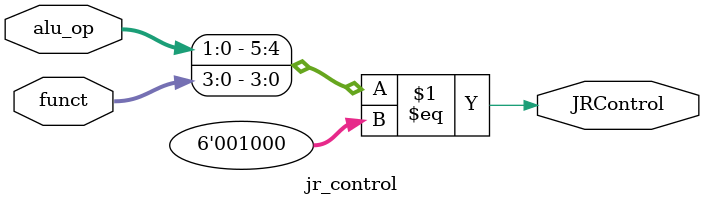
<source format=sv>
/**
 * @module JR_Control
 * @brief Detects the 'jr' (jump register) instruction.
 *
 * @description
 * Asserts `JRControl` if the combination of `alu_op` and `funct` matches the encoding
 * of a `jr` instruction (typically `alu_op == 2'b00` and `funct == 4'b1000`).
 *
 * @ports
 * - input  logic [1:0] alu_op    : ALU operation type (from main control unit)
 * - input  logic [3:0] funct     : Function field (from R-type instruction)
 * - output logic       JRControl : High if instruction is `jr`
 *
 * @author  Xhovani Mali
 * @date    2025
 */

`timescale 1ns/1ps

module jr_control (
    input  logic [1:0] alu_op,
    input  logic [3:0] funct,
    output logic       JRControl
);

    assign JRControl = ({alu_op, funct} == 6'b001000);

endmodule

</source>
